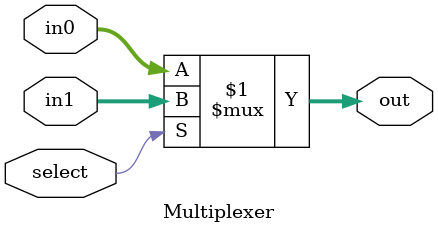
<source format=v>
`timescale 1ns/ 1ps
module Multiplexer(
    in0, in1, select,
	 out
    );
	
	parameter inputWidth = 0;
	
	input [inputWidth-1:0] in0, in1;
	input select;
	output wire [inputWidth-1:0] out;
	
	assign out = select ? in1: in0;
endmodule

</source>
